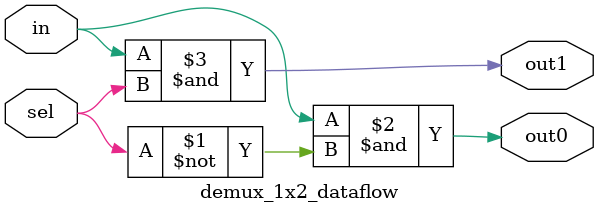
<source format=v>
`timescale 1ns / 1ps


module ha_1x2demux(input a,b,output wire s,c  );
wire out0,out1,out2,out3,out4,out5,out6,out7;
 demux_1x2_dataflow u1(b,a,out0,out1 );
 demux_1x2_dataflow u2(1,out0,out2,out3  );
 demux_1x2_dataflow u3(a,b,out4,c );
 demux_1x2_dataflow u4(out2,out4,out5,out6 );
 demux_1x2_dataflow u5(1,out5,s,out7);
endmodule

module demux_1x2_dataflow( input in,sel,output out0,out1);
assign out0=in&~sel;
assign out1=in&sel;
endmodule

</source>
